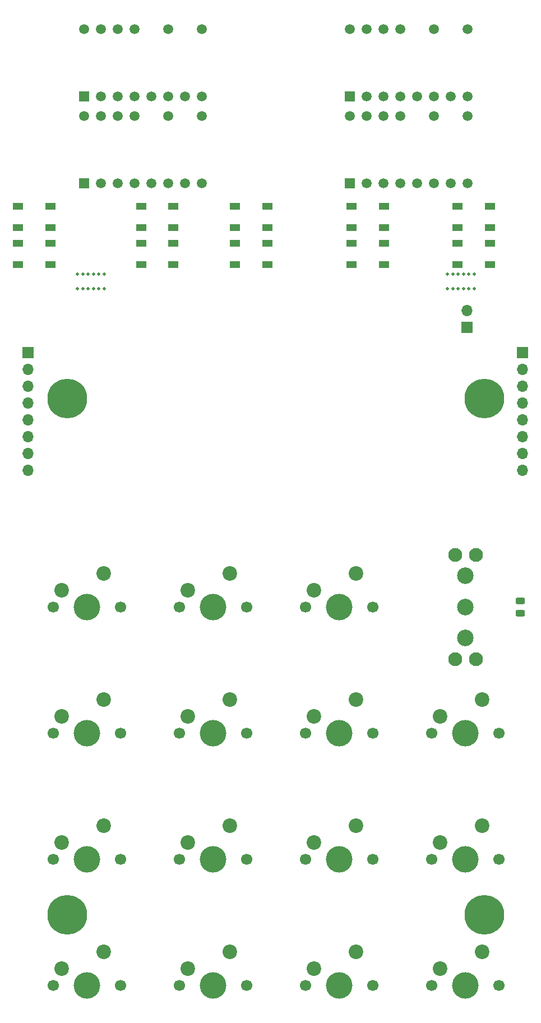
<source format=gbr>
G04 #@! TF.GenerationSoftware,KiCad,Pcbnew,(6.0.2-0)*
G04 #@! TF.CreationDate,2022-02-27T22:12:15-05:00*
G04 #@! TF.ProjectId,unitron,756e6974-726f-46e2-9e6b-696361645f70,1.11*
G04 #@! TF.SameCoordinates,Original*
G04 #@! TF.FileFunction,Soldermask,Top*
G04 #@! TF.FilePolarity,Negative*
%FSLAX46Y46*%
G04 Gerber Fmt 4.6, Leading zero omitted, Abs format (unit mm)*
G04 Created by KiCad (PCBNEW (6.0.2-0)) date 2022-02-27 22:12:15*
%MOMM*%
%LPD*%
G01*
G04 APERTURE LIST*
G04 Aperture macros list*
%AMRoundRect*
0 Rectangle with rounded corners*
0 $1 Rounding radius*
0 $2 $3 $4 $5 $6 $7 $8 $9 X,Y pos of 4 corners*
0 Add a 4 corners polygon primitive as box body*
4,1,4,$2,$3,$4,$5,$6,$7,$8,$9,$2,$3,0*
0 Add four circle primitives for the rounded corners*
1,1,$1+$1,$2,$3*
1,1,$1+$1,$4,$5*
1,1,$1+$1,$6,$7*
1,1,$1+$1,$8,$9*
0 Add four rect primitives between the rounded corners*
20,1,$1+$1,$2,$3,$4,$5,0*
20,1,$1+$1,$4,$5,$6,$7,0*
20,1,$1+$1,$6,$7,$8,$9,0*
20,1,$1+$1,$8,$9,$2,$3,0*%
G04 Aperture macros list end*
%ADD10C,2.200000*%
%ADD11C,4.000000*%
%ADD12C,1.700000*%
%ADD13C,1.500000*%
%ADD14R,1.500000X1.500000*%
%ADD15C,2.100000*%
%ADD16C,2.500000*%
%ADD17O,1.700000X1.700000*%
%ADD18R,1.700000X1.700000*%
%ADD19R,1.500000X1.000000*%
%ADD20C,0.500000*%
%ADD21C,6.000000*%
%ADD22RoundRect,0.243750X0.456250X-0.243750X0.456250X0.243750X-0.456250X0.243750X-0.456250X-0.243750X0*%
G04 APERTURE END LIST*
D10*
X71831200Y-147015200D03*
X78181200Y-144475200D03*
D11*
X75641200Y-149555200D03*
D12*
X80721200Y-149555200D03*
X70561200Y-149555200D03*
D10*
X90881200Y-147015200D03*
X97231200Y-144475200D03*
D11*
X94691200Y-149555200D03*
D12*
X89611200Y-149555200D03*
X99771200Y-149555200D03*
D10*
X71831200Y-108915200D03*
X78181200Y-106375200D03*
D12*
X80721200Y-111455200D03*
X70561200Y-111455200D03*
D11*
X75641200Y-111455200D03*
D10*
X71831200Y-127965200D03*
X78181200Y-125425200D03*
D12*
X80721200Y-130505200D03*
X70561200Y-130505200D03*
D11*
X75641200Y-130505200D03*
D10*
X90881200Y-127965200D03*
X97231200Y-125425200D03*
D12*
X89611200Y-130505200D03*
X99771200Y-130505200D03*
D11*
X94691200Y-130505200D03*
D10*
X90881200Y-108915200D03*
X97231200Y-106375200D03*
D12*
X89611200Y-111455200D03*
D11*
X94691200Y-111455200D03*
D12*
X99771200Y-111455200D03*
D10*
X109931200Y-108915200D03*
X116281200Y-106375200D03*
D12*
X108661200Y-111455200D03*
D11*
X113741200Y-111455200D03*
D12*
X118821200Y-111455200D03*
D10*
X109931200Y-166065200D03*
X116281200Y-163525200D03*
D12*
X118821200Y-168605200D03*
X108661200Y-168605200D03*
D11*
X113741200Y-168605200D03*
D13*
X115303300Y-37286163D03*
X117843300Y-37286163D03*
X120383300Y-37286163D03*
X122923300Y-37286163D03*
X128003300Y-37286163D03*
X133083300Y-37286163D03*
X133083300Y-47446163D03*
X130543300Y-47446163D03*
X128003300Y-47446163D03*
X125463300Y-47446163D03*
X122923300Y-47446163D03*
X120383300Y-47446163D03*
X117843300Y-47446163D03*
D14*
X115303300Y-47446163D03*
D13*
X75171300Y-37286163D03*
X77711300Y-37286163D03*
X80251300Y-37286163D03*
X82791300Y-37286163D03*
X87871300Y-37286163D03*
X92951300Y-37286163D03*
X92951300Y-47446163D03*
X90411300Y-47446163D03*
X87871300Y-47446163D03*
X85331300Y-47446163D03*
X82791300Y-47446163D03*
X80251300Y-47446163D03*
X77711300Y-47446163D03*
D14*
X75171300Y-47446163D03*
D10*
X71831200Y-166065200D03*
X78181200Y-163525200D03*
D12*
X70561200Y-168605200D03*
D11*
X75641200Y-168605200D03*
D12*
X80721200Y-168605200D03*
D13*
X115303300Y-24205163D03*
X117843300Y-24205163D03*
X120383300Y-24205163D03*
X122923300Y-24205163D03*
X128003300Y-24205163D03*
X133083300Y-24205163D03*
X133083300Y-34365163D03*
X130543300Y-34365163D03*
X128003300Y-34365163D03*
X125463300Y-34365163D03*
X122923300Y-34365163D03*
X120383300Y-34365163D03*
X117843300Y-34365163D03*
D14*
X115303300Y-34365163D03*
X75171300Y-34365163D03*
D13*
X77711300Y-34365163D03*
X80251300Y-34365163D03*
X82791300Y-34365163D03*
X85331300Y-34365163D03*
X87871300Y-34365163D03*
X90411300Y-34365163D03*
X92951300Y-34365163D03*
X92951300Y-24205163D03*
X87871300Y-24205163D03*
X82791300Y-24205163D03*
X80251300Y-24205163D03*
X77711300Y-24205163D03*
X75171300Y-24205163D03*
D10*
X109931200Y-147015200D03*
X116281200Y-144475200D03*
D12*
X108661200Y-149555200D03*
D11*
X113741200Y-149555200D03*
D12*
X118821200Y-149555200D03*
D15*
X131191200Y-103555200D03*
X134391200Y-103555200D03*
X134391200Y-119355200D03*
X131191200Y-119355200D03*
D16*
X132791200Y-116155200D03*
X132791200Y-111455200D03*
X132791200Y-106755200D03*
D10*
X109931200Y-127965200D03*
X116281200Y-125425200D03*
D12*
X118821200Y-130505200D03*
X108661200Y-130505200D03*
D11*
X113741200Y-130505200D03*
D17*
X133025400Y-66634600D03*
D18*
X133025400Y-69174600D03*
D19*
X102875400Y-56546173D03*
X102875400Y-59746173D03*
X97975400Y-59746173D03*
X97975400Y-56546173D03*
X70075400Y-50917746D03*
X70075400Y-54117746D03*
X65175400Y-54117746D03*
X65175400Y-50917746D03*
D20*
X74200000Y-63330000D03*
X76600000Y-63330000D03*
X77400000Y-63330000D03*
X78200000Y-61130000D03*
X77400000Y-61130000D03*
X75000000Y-63330000D03*
X78200000Y-63330000D03*
X76600000Y-61130000D03*
X75000000Y-61130000D03*
X74200000Y-61130000D03*
X75800000Y-63330000D03*
X75800000Y-61130000D03*
D19*
X120475400Y-56546173D03*
X120475400Y-59746173D03*
X115575400Y-59746173D03*
X115575400Y-56546173D03*
D21*
X72627300Y-79974600D03*
D22*
X141025400Y-110517700D03*
X141025400Y-112392700D03*
D17*
X141427200Y-90779600D03*
X141427200Y-88239600D03*
X141427200Y-85699600D03*
X141427200Y-83159600D03*
X141427200Y-80619600D03*
X141427200Y-78079600D03*
X141427200Y-75539600D03*
D18*
X141427200Y-72999600D03*
D10*
X90881200Y-166065200D03*
X97231200Y-163525200D03*
D11*
X94691200Y-168605200D03*
D12*
X89611200Y-168605200D03*
X99771200Y-168605200D03*
D19*
X136475400Y-50917746D03*
X136475400Y-54117746D03*
X131575400Y-54117746D03*
X131575400Y-50917746D03*
D21*
X135627300Y-157974600D03*
D19*
X88675400Y-56546173D03*
X88675400Y-59746173D03*
X83775400Y-59746173D03*
X83775400Y-56546173D03*
D21*
X135627300Y-79974600D03*
X72627300Y-157974600D03*
D19*
X120475400Y-50917746D03*
X120475400Y-54117746D03*
X115575400Y-54117746D03*
X115575400Y-50917746D03*
X102875400Y-50917746D03*
X102875400Y-54117746D03*
X97975400Y-54117746D03*
X97975400Y-50917746D03*
X88675405Y-50917751D03*
X88675405Y-54117751D03*
X83775405Y-54117751D03*
X83775405Y-50917751D03*
D10*
X128981200Y-147015200D03*
X135331200Y-144475200D03*
D11*
X132791200Y-149555200D03*
D12*
X127711200Y-149555200D03*
X137871200Y-149555200D03*
D17*
X66751200Y-90779600D03*
X66751200Y-88239600D03*
X66751200Y-85699600D03*
X66751200Y-83159600D03*
X66751200Y-80619600D03*
X66751200Y-78079600D03*
X66751200Y-75539600D03*
D18*
X66751200Y-72999600D03*
D19*
X136475411Y-56546163D03*
X136475411Y-59746163D03*
X131575411Y-59746163D03*
X131575411Y-56546163D03*
D10*
X128981200Y-166065200D03*
X135331200Y-163525200D03*
D12*
X137871200Y-168605200D03*
D11*
X132791200Y-168605200D03*
D12*
X127711200Y-168605200D03*
D19*
X70075400Y-56546173D03*
X70075400Y-59746173D03*
X65175400Y-59746173D03*
X65175400Y-56546173D03*
D20*
X132480000Y-63330000D03*
X130880000Y-63330000D03*
X132480000Y-61130000D03*
X133280000Y-61130000D03*
X134080000Y-61130000D03*
X133280000Y-63330000D03*
X130880000Y-61130000D03*
X130080000Y-61130000D03*
X131680000Y-63330000D03*
X134080000Y-63330000D03*
X130080000Y-63330000D03*
X131680000Y-61130000D03*
D10*
X128981200Y-127965200D03*
X135331200Y-125425200D03*
D11*
X132791200Y-130505200D03*
D12*
X137871200Y-130505200D03*
X127711200Y-130505200D03*
M02*

</source>
